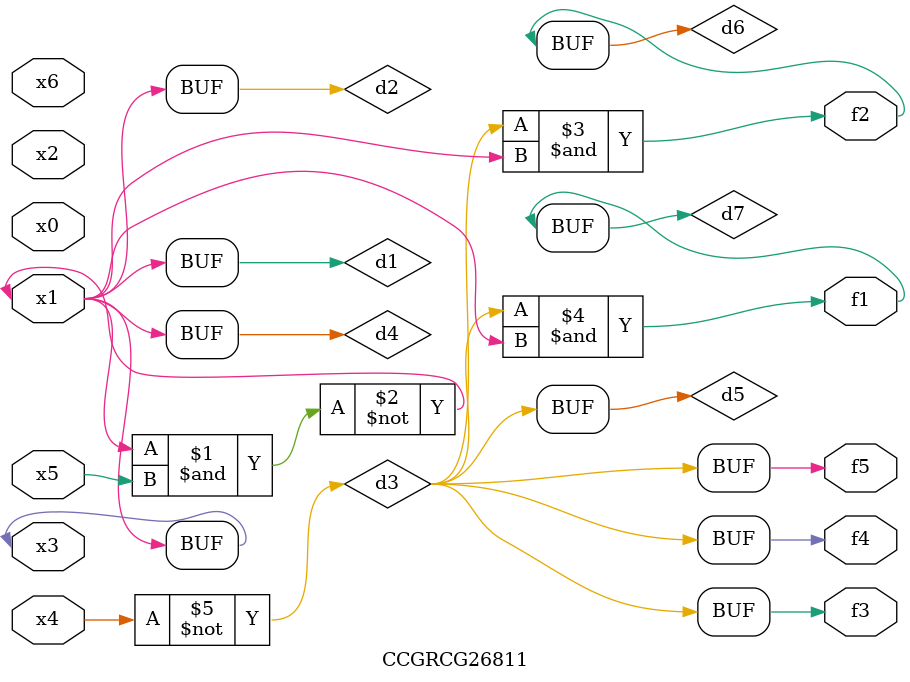
<source format=v>
module CCGRCG26811(
	input x0, x1, x2, x3, x4, x5, x6,
	output f1, f2, f3, f4, f5
);

	wire d1, d2, d3, d4, d5, d6, d7;

	buf (d1, x1, x3);
	nand (d2, x1, x5);
	not (d3, x4);
	buf (d4, d1, d2);
	buf (d5, d3);
	and (d6, d3, d4);
	and (d7, d3, d4);
	assign f1 = d7;
	assign f2 = d6;
	assign f3 = d5;
	assign f4 = d5;
	assign f5 = d5;
endmodule

</source>
